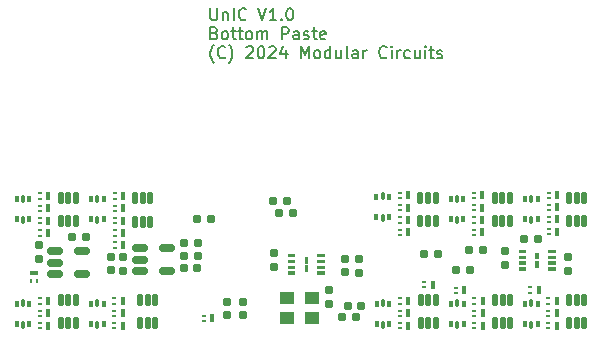
<source format=gbr>
%TF.GenerationSoftware,KiCad,Pcbnew,8.0.1-8.0.1-1~ubuntu22.04.1*%
%TF.CreationDate,2024-05-05T11:37:55-07:00*%
%TF.ProjectId,unic_gw1,756e6963-5f67-4773-912e-6b696361645f,1.0*%
%TF.SameCoordinates,Original*%
%TF.FileFunction,Paste,Bot*%
%TF.FilePolarity,Positive*%
%FSLAX46Y46*%
G04 Gerber Fmt 4.6, Leading zero omitted, Abs format (unit mm)*
G04 Created by KiCad (PCBNEW 8.0.1-8.0.1-1~ubuntu22.04.1) date 2024-05-05 11:37:55*
%MOMM*%
%LPD*%
G01*
G04 APERTURE LIST*
G04 Aperture macros list*
%AMRoundRect*
0 Rectangle with rounded corners*
0 $1 Rounding radius*
0 $2 $3 $4 $5 $6 $7 $8 $9 X,Y pos of 4 corners*
0 Add a 4 corners polygon primitive as box body*
4,1,4,$2,$3,$4,$5,$6,$7,$8,$9,$2,$3,0*
0 Add four circle primitives for the rounded corners*
1,1,$1+$1,$2,$3*
1,1,$1+$1,$4,$5*
1,1,$1+$1,$6,$7*
1,1,$1+$1,$8,$9*
0 Add four rect primitives between the rounded corners*
20,1,$1+$1,$2,$3,$4,$5,0*
20,1,$1+$1,$4,$5,$6,$7,0*
20,1,$1+$1,$6,$7,$8,$9,0*
20,1,$1+$1,$8,$9,$2,$3,0*%
G04 Aperture macros list end*
%ADD10C,0.150000*%
%ADD11C,0.010000*%
%ADD12RoundRect,0.160000X0.197500X0.160000X-0.197500X0.160000X-0.197500X-0.160000X0.197500X-0.160000X0*%
%ADD13RoundRect,0.050000X0.150000X0.075000X-0.150000X0.075000X-0.150000X-0.075000X0.150000X-0.075000X0*%
%ADD14RoundRect,0.050000X0.150000X0.300000X-0.150000X0.300000X-0.150000X-0.300000X0.150000X-0.300000X0*%
%ADD15RoundRect,0.155000X-0.155000X0.212500X-0.155000X-0.212500X0.155000X-0.212500X0.155000X0.212500X0*%
%ADD16RoundRect,0.093750X0.093750X-0.156250X0.093750X0.156250X-0.093750X0.156250X-0.093750X-0.156250X0*%
%ADD17RoundRect,0.075000X0.075000X-0.250000X0.075000X0.250000X-0.075000X0.250000X-0.075000X-0.250000X0*%
%ADD18RoundRect,0.019500X0.175500X-0.465500X0.175500X0.465500X-0.175500X0.465500X-0.175500X-0.465500X0*%
%ADD19RoundRect,0.019500X-0.175500X0.465500X-0.175500X-0.465500X0.175500X-0.465500X0.175500X0.465500X0*%
%ADD20RoundRect,0.155000X-0.212500X-0.155000X0.212500X-0.155000X0.212500X0.155000X-0.212500X0.155000X0*%
%ADD21RoundRect,0.160000X-0.160000X0.197500X-0.160000X-0.197500X0.160000X-0.197500X0.160000X0.197500X0*%
%ADD22RoundRect,0.160000X0.160000X-0.197500X0.160000X0.197500X-0.160000X0.197500X-0.160000X-0.197500X0*%
%ADD23RoundRect,0.160000X-0.197500X-0.160000X0.197500X-0.160000X0.197500X0.160000X-0.197500X0.160000X0*%
%ADD24RoundRect,0.155000X0.212500X0.155000X-0.212500X0.155000X-0.212500X-0.155000X0.212500X-0.155000X0*%
%ADD25R,1.300000X1.100000*%
%ADD26RoundRect,0.150000X0.512500X0.150000X-0.512500X0.150000X-0.512500X-0.150000X0.512500X-0.150000X0*%
%ADD27RoundRect,0.155000X0.155000X-0.212500X0.155000X0.212500X-0.155000X0.212500X-0.155000X-0.212500X0*%
%ADD28RoundRect,0.050000X-0.075000X0.150000X-0.075000X-0.150000X0.075000X-0.150000X0.075000X0.150000X0*%
%ADD29RoundRect,0.050000X-0.300000X0.150000X-0.300000X-0.150000X0.300000X-0.150000X0.300000X0.150000X0*%
G04 APERTURE END LIST*
D10*
X55609279Y-41319931D02*
X55609279Y-42129454D01*
X55609279Y-42129454D02*
X55656898Y-42224692D01*
X55656898Y-42224692D02*
X55704517Y-42272312D01*
X55704517Y-42272312D02*
X55799755Y-42319931D01*
X55799755Y-42319931D02*
X55990231Y-42319931D01*
X55990231Y-42319931D02*
X56085469Y-42272312D01*
X56085469Y-42272312D02*
X56133088Y-42224692D01*
X56133088Y-42224692D02*
X56180707Y-42129454D01*
X56180707Y-42129454D02*
X56180707Y-41319931D01*
X56656898Y-41653264D02*
X56656898Y-42319931D01*
X56656898Y-41748502D02*
X56704517Y-41700883D01*
X56704517Y-41700883D02*
X56799755Y-41653264D01*
X56799755Y-41653264D02*
X56942612Y-41653264D01*
X56942612Y-41653264D02*
X57037850Y-41700883D01*
X57037850Y-41700883D02*
X57085469Y-41796121D01*
X57085469Y-41796121D02*
X57085469Y-42319931D01*
X57561660Y-42319931D02*
X57561660Y-41319931D01*
X58609278Y-42224692D02*
X58561659Y-42272312D01*
X58561659Y-42272312D02*
X58418802Y-42319931D01*
X58418802Y-42319931D02*
X58323564Y-42319931D01*
X58323564Y-42319931D02*
X58180707Y-42272312D01*
X58180707Y-42272312D02*
X58085469Y-42177073D01*
X58085469Y-42177073D02*
X58037850Y-42081835D01*
X58037850Y-42081835D02*
X57990231Y-41891359D01*
X57990231Y-41891359D02*
X57990231Y-41748502D01*
X57990231Y-41748502D02*
X58037850Y-41558026D01*
X58037850Y-41558026D02*
X58085469Y-41462788D01*
X58085469Y-41462788D02*
X58180707Y-41367550D01*
X58180707Y-41367550D02*
X58323564Y-41319931D01*
X58323564Y-41319931D02*
X58418802Y-41319931D01*
X58418802Y-41319931D02*
X58561659Y-41367550D01*
X58561659Y-41367550D02*
X58609278Y-41415169D01*
X59656898Y-41319931D02*
X59990231Y-42319931D01*
X59990231Y-42319931D02*
X60323564Y-41319931D01*
X61180707Y-42319931D02*
X60609279Y-42319931D01*
X60894993Y-42319931D02*
X60894993Y-41319931D01*
X60894993Y-41319931D02*
X60799755Y-41462788D01*
X60799755Y-41462788D02*
X60704517Y-41558026D01*
X60704517Y-41558026D02*
X60609279Y-41605645D01*
X61609279Y-42224692D02*
X61656898Y-42272312D01*
X61656898Y-42272312D02*
X61609279Y-42319931D01*
X61609279Y-42319931D02*
X61561660Y-42272312D01*
X61561660Y-42272312D02*
X61609279Y-42224692D01*
X61609279Y-42224692D02*
X61609279Y-42319931D01*
X62275945Y-41319931D02*
X62371183Y-41319931D01*
X62371183Y-41319931D02*
X62466421Y-41367550D01*
X62466421Y-41367550D02*
X62514040Y-41415169D01*
X62514040Y-41415169D02*
X62561659Y-41510407D01*
X62561659Y-41510407D02*
X62609278Y-41700883D01*
X62609278Y-41700883D02*
X62609278Y-41938978D01*
X62609278Y-41938978D02*
X62561659Y-42129454D01*
X62561659Y-42129454D02*
X62514040Y-42224692D01*
X62514040Y-42224692D02*
X62466421Y-42272312D01*
X62466421Y-42272312D02*
X62371183Y-42319931D01*
X62371183Y-42319931D02*
X62275945Y-42319931D01*
X62275945Y-42319931D02*
X62180707Y-42272312D01*
X62180707Y-42272312D02*
X62133088Y-42224692D01*
X62133088Y-42224692D02*
X62085469Y-42129454D01*
X62085469Y-42129454D02*
X62037850Y-41938978D01*
X62037850Y-41938978D02*
X62037850Y-41700883D01*
X62037850Y-41700883D02*
X62085469Y-41510407D01*
X62085469Y-41510407D02*
X62133088Y-41415169D01*
X62133088Y-41415169D02*
X62180707Y-41367550D01*
X62180707Y-41367550D02*
X62275945Y-41319931D01*
X55942612Y-43406065D02*
X56085469Y-43453684D01*
X56085469Y-43453684D02*
X56133088Y-43501303D01*
X56133088Y-43501303D02*
X56180707Y-43596541D01*
X56180707Y-43596541D02*
X56180707Y-43739398D01*
X56180707Y-43739398D02*
X56133088Y-43834636D01*
X56133088Y-43834636D02*
X56085469Y-43882256D01*
X56085469Y-43882256D02*
X55990231Y-43929875D01*
X55990231Y-43929875D02*
X55609279Y-43929875D01*
X55609279Y-43929875D02*
X55609279Y-42929875D01*
X55609279Y-42929875D02*
X55942612Y-42929875D01*
X55942612Y-42929875D02*
X56037850Y-42977494D01*
X56037850Y-42977494D02*
X56085469Y-43025113D01*
X56085469Y-43025113D02*
X56133088Y-43120351D01*
X56133088Y-43120351D02*
X56133088Y-43215589D01*
X56133088Y-43215589D02*
X56085469Y-43310827D01*
X56085469Y-43310827D02*
X56037850Y-43358446D01*
X56037850Y-43358446D02*
X55942612Y-43406065D01*
X55942612Y-43406065D02*
X55609279Y-43406065D01*
X56752136Y-43929875D02*
X56656898Y-43882256D01*
X56656898Y-43882256D02*
X56609279Y-43834636D01*
X56609279Y-43834636D02*
X56561660Y-43739398D01*
X56561660Y-43739398D02*
X56561660Y-43453684D01*
X56561660Y-43453684D02*
X56609279Y-43358446D01*
X56609279Y-43358446D02*
X56656898Y-43310827D01*
X56656898Y-43310827D02*
X56752136Y-43263208D01*
X56752136Y-43263208D02*
X56894993Y-43263208D01*
X56894993Y-43263208D02*
X56990231Y-43310827D01*
X56990231Y-43310827D02*
X57037850Y-43358446D01*
X57037850Y-43358446D02*
X57085469Y-43453684D01*
X57085469Y-43453684D02*
X57085469Y-43739398D01*
X57085469Y-43739398D02*
X57037850Y-43834636D01*
X57037850Y-43834636D02*
X56990231Y-43882256D01*
X56990231Y-43882256D02*
X56894993Y-43929875D01*
X56894993Y-43929875D02*
X56752136Y-43929875D01*
X57371184Y-43263208D02*
X57752136Y-43263208D01*
X57514041Y-42929875D02*
X57514041Y-43787017D01*
X57514041Y-43787017D02*
X57561660Y-43882256D01*
X57561660Y-43882256D02*
X57656898Y-43929875D01*
X57656898Y-43929875D02*
X57752136Y-43929875D01*
X57942613Y-43263208D02*
X58323565Y-43263208D01*
X58085470Y-42929875D02*
X58085470Y-43787017D01*
X58085470Y-43787017D02*
X58133089Y-43882256D01*
X58133089Y-43882256D02*
X58228327Y-43929875D01*
X58228327Y-43929875D02*
X58323565Y-43929875D01*
X58799756Y-43929875D02*
X58704518Y-43882256D01*
X58704518Y-43882256D02*
X58656899Y-43834636D01*
X58656899Y-43834636D02*
X58609280Y-43739398D01*
X58609280Y-43739398D02*
X58609280Y-43453684D01*
X58609280Y-43453684D02*
X58656899Y-43358446D01*
X58656899Y-43358446D02*
X58704518Y-43310827D01*
X58704518Y-43310827D02*
X58799756Y-43263208D01*
X58799756Y-43263208D02*
X58942613Y-43263208D01*
X58942613Y-43263208D02*
X59037851Y-43310827D01*
X59037851Y-43310827D02*
X59085470Y-43358446D01*
X59085470Y-43358446D02*
X59133089Y-43453684D01*
X59133089Y-43453684D02*
X59133089Y-43739398D01*
X59133089Y-43739398D02*
X59085470Y-43834636D01*
X59085470Y-43834636D02*
X59037851Y-43882256D01*
X59037851Y-43882256D02*
X58942613Y-43929875D01*
X58942613Y-43929875D02*
X58799756Y-43929875D01*
X59561661Y-43929875D02*
X59561661Y-43263208D01*
X59561661Y-43358446D02*
X59609280Y-43310827D01*
X59609280Y-43310827D02*
X59704518Y-43263208D01*
X59704518Y-43263208D02*
X59847375Y-43263208D01*
X59847375Y-43263208D02*
X59942613Y-43310827D01*
X59942613Y-43310827D02*
X59990232Y-43406065D01*
X59990232Y-43406065D02*
X59990232Y-43929875D01*
X59990232Y-43406065D02*
X60037851Y-43310827D01*
X60037851Y-43310827D02*
X60133089Y-43263208D01*
X60133089Y-43263208D02*
X60275946Y-43263208D01*
X60275946Y-43263208D02*
X60371185Y-43310827D01*
X60371185Y-43310827D02*
X60418804Y-43406065D01*
X60418804Y-43406065D02*
X60418804Y-43929875D01*
X61656899Y-43929875D02*
X61656899Y-42929875D01*
X61656899Y-42929875D02*
X62037851Y-42929875D01*
X62037851Y-42929875D02*
X62133089Y-42977494D01*
X62133089Y-42977494D02*
X62180708Y-43025113D01*
X62180708Y-43025113D02*
X62228327Y-43120351D01*
X62228327Y-43120351D02*
X62228327Y-43263208D01*
X62228327Y-43263208D02*
X62180708Y-43358446D01*
X62180708Y-43358446D02*
X62133089Y-43406065D01*
X62133089Y-43406065D02*
X62037851Y-43453684D01*
X62037851Y-43453684D02*
X61656899Y-43453684D01*
X63085470Y-43929875D02*
X63085470Y-43406065D01*
X63085470Y-43406065D02*
X63037851Y-43310827D01*
X63037851Y-43310827D02*
X62942613Y-43263208D01*
X62942613Y-43263208D02*
X62752137Y-43263208D01*
X62752137Y-43263208D02*
X62656899Y-43310827D01*
X63085470Y-43882256D02*
X62990232Y-43929875D01*
X62990232Y-43929875D02*
X62752137Y-43929875D01*
X62752137Y-43929875D02*
X62656899Y-43882256D01*
X62656899Y-43882256D02*
X62609280Y-43787017D01*
X62609280Y-43787017D02*
X62609280Y-43691779D01*
X62609280Y-43691779D02*
X62656899Y-43596541D01*
X62656899Y-43596541D02*
X62752137Y-43548922D01*
X62752137Y-43548922D02*
X62990232Y-43548922D01*
X62990232Y-43548922D02*
X63085470Y-43501303D01*
X63514042Y-43882256D02*
X63609280Y-43929875D01*
X63609280Y-43929875D02*
X63799756Y-43929875D01*
X63799756Y-43929875D02*
X63894994Y-43882256D01*
X63894994Y-43882256D02*
X63942613Y-43787017D01*
X63942613Y-43787017D02*
X63942613Y-43739398D01*
X63942613Y-43739398D02*
X63894994Y-43644160D01*
X63894994Y-43644160D02*
X63799756Y-43596541D01*
X63799756Y-43596541D02*
X63656899Y-43596541D01*
X63656899Y-43596541D02*
X63561661Y-43548922D01*
X63561661Y-43548922D02*
X63514042Y-43453684D01*
X63514042Y-43453684D02*
X63514042Y-43406065D01*
X63514042Y-43406065D02*
X63561661Y-43310827D01*
X63561661Y-43310827D02*
X63656899Y-43263208D01*
X63656899Y-43263208D02*
X63799756Y-43263208D01*
X63799756Y-43263208D02*
X63894994Y-43310827D01*
X64228328Y-43263208D02*
X64609280Y-43263208D01*
X64371185Y-42929875D02*
X64371185Y-43787017D01*
X64371185Y-43787017D02*
X64418804Y-43882256D01*
X64418804Y-43882256D02*
X64514042Y-43929875D01*
X64514042Y-43929875D02*
X64609280Y-43929875D01*
X65323566Y-43882256D02*
X65228328Y-43929875D01*
X65228328Y-43929875D02*
X65037852Y-43929875D01*
X65037852Y-43929875D02*
X64942614Y-43882256D01*
X64942614Y-43882256D02*
X64894995Y-43787017D01*
X64894995Y-43787017D02*
X64894995Y-43406065D01*
X64894995Y-43406065D02*
X64942614Y-43310827D01*
X64942614Y-43310827D02*
X65037852Y-43263208D01*
X65037852Y-43263208D02*
X65228328Y-43263208D01*
X65228328Y-43263208D02*
X65323566Y-43310827D01*
X65323566Y-43310827D02*
X65371185Y-43406065D01*
X65371185Y-43406065D02*
X65371185Y-43501303D01*
X65371185Y-43501303D02*
X64894995Y-43596541D01*
X55894993Y-45920771D02*
X55847374Y-45873152D01*
X55847374Y-45873152D02*
X55752136Y-45730295D01*
X55752136Y-45730295D02*
X55704517Y-45635057D01*
X55704517Y-45635057D02*
X55656898Y-45492200D01*
X55656898Y-45492200D02*
X55609279Y-45254104D01*
X55609279Y-45254104D02*
X55609279Y-45063628D01*
X55609279Y-45063628D02*
X55656898Y-44825533D01*
X55656898Y-44825533D02*
X55704517Y-44682676D01*
X55704517Y-44682676D02*
X55752136Y-44587438D01*
X55752136Y-44587438D02*
X55847374Y-44444580D01*
X55847374Y-44444580D02*
X55894993Y-44396961D01*
X56847374Y-45444580D02*
X56799755Y-45492200D01*
X56799755Y-45492200D02*
X56656898Y-45539819D01*
X56656898Y-45539819D02*
X56561660Y-45539819D01*
X56561660Y-45539819D02*
X56418803Y-45492200D01*
X56418803Y-45492200D02*
X56323565Y-45396961D01*
X56323565Y-45396961D02*
X56275946Y-45301723D01*
X56275946Y-45301723D02*
X56228327Y-45111247D01*
X56228327Y-45111247D02*
X56228327Y-44968390D01*
X56228327Y-44968390D02*
X56275946Y-44777914D01*
X56275946Y-44777914D02*
X56323565Y-44682676D01*
X56323565Y-44682676D02*
X56418803Y-44587438D01*
X56418803Y-44587438D02*
X56561660Y-44539819D01*
X56561660Y-44539819D02*
X56656898Y-44539819D01*
X56656898Y-44539819D02*
X56799755Y-44587438D01*
X56799755Y-44587438D02*
X56847374Y-44635057D01*
X57180708Y-45920771D02*
X57228327Y-45873152D01*
X57228327Y-45873152D02*
X57323565Y-45730295D01*
X57323565Y-45730295D02*
X57371184Y-45635057D01*
X57371184Y-45635057D02*
X57418803Y-45492200D01*
X57418803Y-45492200D02*
X57466422Y-45254104D01*
X57466422Y-45254104D02*
X57466422Y-45063628D01*
X57466422Y-45063628D02*
X57418803Y-44825533D01*
X57418803Y-44825533D02*
X57371184Y-44682676D01*
X57371184Y-44682676D02*
X57323565Y-44587438D01*
X57323565Y-44587438D02*
X57228327Y-44444580D01*
X57228327Y-44444580D02*
X57180708Y-44396961D01*
X58656899Y-44635057D02*
X58704518Y-44587438D01*
X58704518Y-44587438D02*
X58799756Y-44539819D01*
X58799756Y-44539819D02*
X59037851Y-44539819D01*
X59037851Y-44539819D02*
X59133089Y-44587438D01*
X59133089Y-44587438D02*
X59180708Y-44635057D01*
X59180708Y-44635057D02*
X59228327Y-44730295D01*
X59228327Y-44730295D02*
X59228327Y-44825533D01*
X59228327Y-44825533D02*
X59180708Y-44968390D01*
X59180708Y-44968390D02*
X58609280Y-45539819D01*
X58609280Y-45539819D02*
X59228327Y-45539819D01*
X59847375Y-44539819D02*
X59942613Y-44539819D01*
X59942613Y-44539819D02*
X60037851Y-44587438D01*
X60037851Y-44587438D02*
X60085470Y-44635057D01*
X60085470Y-44635057D02*
X60133089Y-44730295D01*
X60133089Y-44730295D02*
X60180708Y-44920771D01*
X60180708Y-44920771D02*
X60180708Y-45158866D01*
X60180708Y-45158866D02*
X60133089Y-45349342D01*
X60133089Y-45349342D02*
X60085470Y-45444580D01*
X60085470Y-45444580D02*
X60037851Y-45492200D01*
X60037851Y-45492200D02*
X59942613Y-45539819D01*
X59942613Y-45539819D02*
X59847375Y-45539819D01*
X59847375Y-45539819D02*
X59752137Y-45492200D01*
X59752137Y-45492200D02*
X59704518Y-45444580D01*
X59704518Y-45444580D02*
X59656899Y-45349342D01*
X59656899Y-45349342D02*
X59609280Y-45158866D01*
X59609280Y-45158866D02*
X59609280Y-44920771D01*
X59609280Y-44920771D02*
X59656899Y-44730295D01*
X59656899Y-44730295D02*
X59704518Y-44635057D01*
X59704518Y-44635057D02*
X59752137Y-44587438D01*
X59752137Y-44587438D02*
X59847375Y-44539819D01*
X60561661Y-44635057D02*
X60609280Y-44587438D01*
X60609280Y-44587438D02*
X60704518Y-44539819D01*
X60704518Y-44539819D02*
X60942613Y-44539819D01*
X60942613Y-44539819D02*
X61037851Y-44587438D01*
X61037851Y-44587438D02*
X61085470Y-44635057D01*
X61085470Y-44635057D02*
X61133089Y-44730295D01*
X61133089Y-44730295D02*
X61133089Y-44825533D01*
X61133089Y-44825533D02*
X61085470Y-44968390D01*
X61085470Y-44968390D02*
X60514042Y-45539819D01*
X60514042Y-45539819D02*
X61133089Y-45539819D01*
X61990232Y-44873152D02*
X61990232Y-45539819D01*
X61752137Y-44492200D02*
X61514042Y-45206485D01*
X61514042Y-45206485D02*
X62133089Y-45206485D01*
X63275947Y-45539819D02*
X63275947Y-44539819D01*
X63275947Y-44539819D02*
X63609280Y-45254104D01*
X63609280Y-45254104D02*
X63942613Y-44539819D01*
X63942613Y-44539819D02*
X63942613Y-45539819D01*
X64561661Y-45539819D02*
X64466423Y-45492200D01*
X64466423Y-45492200D02*
X64418804Y-45444580D01*
X64418804Y-45444580D02*
X64371185Y-45349342D01*
X64371185Y-45349342D02*
X64371185Y-45063628D01*
X64371185Y-45063628D02*
X64418804Y-44968390D01*
X64418804Y-44968390D02*
X64466423Y-44920771D01*
X64466423Y-44920771D02*
X64561661Y-44873152D01*
X64561661Y-44873152D02*
X64704518Y-44873152D01*
X64704518Y-44873152D02*
X64799756Y-44920771D01*
X64799756Y-44920771D02*
X64847375Y-44968390D01*
X64847375Y-44968390D02*
X64894994Y-45063628D01*
X64894994Y-45063628D02*
X64894994Y-45349342D01*
X64894994Y-45349342D02*
X64847375Y-45444580D01*
X64847375Y-45444580D02*
X64799756Y-45492200D01*
X64799756Y-45492200D02*
X64704518Y-45539819D01*
X64704518Y-45539819D02*
X64561661Y-45539819D01*
X65752137Y-45539819D02*
X65752137Y-44539819D01*
X65752137Y-45492200D02*
X65656899Y-45539819D01*
X65656899Y-45539819D02*
X65466423Y-45539819D01*
X65466423Y-45539819D02*
X65371185Y-45492200D01*
X65371185Y-45492200D02*
X65323566Y-45444580D01*
X65323566Y-45444580D02*
X65275947Y-45349342D01*
X65275947Y-45349342D02*
X65275947Y-45063628D01*
X65275947Y-45063628D02*
X65323566Y-44968390D01*
X65323566Y-44968390D02*
X65371185Y-44920771D01*
X65371185Y-44920771D02*
X65466423Y-44873152D01*
X65466423Y-44873152D02*
X65656899Y-44873152D01*
X65656899Y-44873152D02*
X65752137Y-44920771D01*
X66656899Y-44873152D02*
X66656899Y-45539819D01*
X66228328Y-44873152D02*
X66228328Y-45396961D01*
X66228328Y-45396961D02*
X66275947Y-45492200D01*
X66275947Y-45492200D02*
X66371185Y-45539819D01*
X66371185Y-45539819D02*
X66514042Y-45539819D01*
X66514042Y-45539819D02*
X66609280Y-45492200D01*
X66609280Y-45492200D02*
X66656899Y-45444580D01*
X67275947Y-45539819D02*
X67180709Y-45492200D01*
X67180709Y-45492200D02*
X67133090Y-45396961D01*
X67133090Y-45396961D02*
X67133090Y-44539819D01*
X68085471Y-45539819D02*
X68085471Y-45016009D01*
X68085471Y-45016009D02*
X68037852Y-44920771D01*
X68037852Y-44920771D02*
X67942614Y-44873152D01*
X67942614Y-44873152D02*
X67752138Y-44873152D01*
X67752138Y-44873152D02*
X67656900Y-44920771D01*
X68085471Y-45492200D02*
X67990233Y-45539819D01*
X67990233Y-45539819D02*
X67752138Y-45539819D01*
X67752138Y-45539819D02*
X67656900Y-45492200D01*
X67656900Y-45492200D02*
X67609281Y-45396961D01*
X67609281Y-45396961D02*
X67609281Y-45301723D01*
X67609281Y-45301723D02*
X67656900Y-45206485D01*
X67656900Y-45206485D02*
X67752138Y-45158866D01*
X67752138Y-45158866D02*
X67990233Y-45158866D01*
X67990233Y-45158866D02*
X68085471Y-45111247D01*
X68561662Y-45539819D02*
X68561662Y-44873152D01*
X68561662Y-45063628D02*
X68609281Y-44968390D01*
X68609281Y-44968390D02*
X68656900Y-44920771D01*
X68656900Y-44920771D02*
X68752138Y-44873152D01*
X68752138Y-44873152D02*
X68847376Y-44873152D01*
X70514043Y-45444580D02*
X70466424Y-45492200D01*
X70466424Y-45492200D02*
X70323567Y-45539819D01*
X70323567Y-45539819D02*
X70228329Y-45539819D01*
X70228329Y-45539819D02*
X70085472Y-45492200D01*
X70085472Y-45492200D02*
X69990234Y-45396961D01*
X69990234Y-45396961D02*
X69942615Y-45301723D01*
X69942615Y-45301723D02*
X69894996Y-45111247D01*
X69894996Y-45111247D02*
X69894996Y-44968390D01*
X69894996Y-44968390D02*
X69942615Y-44777914D01*
X69942615Y-44777914D02*
X69990234Y-44682676D01*
X69990234Y-44682676D02*
X70085472Y-44587438D01*
X70085472Y-44587438D02*
X70228329Y-44539819D01*
X70228329Y-44539819D02*
X70323567Y-44539819D01*
X70323567Y-44539819D02*
X70466424Y-44587438D01*
X70466424Y-44587438D02*
X70514043Y-44635057D01*
X70942615Y-45539819D02*
X70942615Y-44873152D01*
X70942615Y-44539819D02*
X70894996Y-44587438D01*
X70894996Y-44587438D02*
X70942615Y-44635057D01*
X70942615Y-44635057D02*
X70990234Y-44587438D01*
X70990234Y-44587438D02*
X70942615Y-44539819D01*
X70942615Y-44539819D02*
X70942615Y-44635057D01*
X71418805Y-45539819D02*
X71418805Y-44873152D01*
X71418805Y-45063628D02*
X71466424Y-44968390D01*
X71466424Y-44968390D02*
X71514043Y-44920771D01*
X71514043Y-44920771D02*
X71609281Y-44873152D01*
X71609281Y-44873152D02*
X71704519Y-44873152D01*
X72466424Y-45492200D02*
X72371186Y-45539819D01*
X72371186Y-45539819D02*
X72180710Y-45539819D01*
X72180710Y-45539819D02*
X72085472Y-45492200D01*
X72085472Y-45492200D02*
X72037853Y-45444580D01*
X72037853Y-45444580D02*
X71990234Y-45349342D01*
X71990234Y-45349342D02*
X71990234Y-45063628D01*
X71990234Y-45063628D02*
X72037853Y-44968390D01*
X72037853Y-44968390D02*
X72085472Y-44920771D01*
X72085472Y-44920771D02*
X72180710Y-44873152D01*
X72180710Y-44873152D02*
X72371186Y-44873152D01*
X72371186Y-44873152D02*
X72466424Y-44920771D01*
X73323567Y-44873152D02*
X73323567Y-45539819D01*
X72894996Y-44873152D02*
X72894996Y-45396961D01*
X72894996Y-45396961D02*
X72942615Y-45492200D01*
X72942615Y-45492200D02*
X73037853Y-45539819D01*
X73037853Y-45539819D02*
X73180710Y-45539819D01*
X73180710Y-45539819D02*
X73275948Y-45492200D01*
X73275948Y-45492200D02*
X73323567Y-45444580D01*
X73799758Y-45539819D02*
X73799758Y-44873152D01*
X73799758Y-44539819D02*
X73752139Y-44587438D01*
X73752139Y-44587438D02*
X73799758Y-44635057D01*
X73799758Y-44635057D02*
X73847377Y-44587438D01*
X73847377Y-44587438D02*
X73799758Y-44539819D01*
X73799758Y-44539819D02*
X73799758Y-44635057D01*
X74133091Y-44873152D02*
X74514043Y-44873152D01*
X74275948Y-44539819D02*
X74275948Y-45396961D01*
X74275948Y-45396961D02*
X74323567Y-45492200D01*
X74323567Y-45492200D02*
X74418805Y-45539819D01*
X74418805Y-45539819D02*
X74514043Y-45539819D01*
X74799758Y-45492200D02*
X74894996Y-45539819D01*
X74894996Y-45539819D02*
X75085472Y-45539819D01*
X75085472Y-45539819D02*
X75180710Y-45492200D01*
X75180710Y-45492200D02*
X75228329Y-45396961D01*
X75228329Y-45396961D02*
X75228329Y-45349342D01*
X75228329Y-45349342D02*
X75180710Y-45254104D01*
X75180710Y-45254104D02*
X75085472Y-45206485D01*
X75085472Y-45206485D02*
X74942615Y-45206485D01*
X74942615Y-45206485D02*
X74847377Y-45158866D01*
X74847377Y-45158866D02*
X74799758Y-45063628D01*
X74799758Y-45063628D02*
X74799758Y-45016009D01*
X74799758Y-45016009D02*
X74847377Y-44920771D01*
X74847377Y-44920771D02*
X74942615Y-44873152D01*
X74942615Y-44873152D02*
X75085472Y-44873152D01*
X75085472Y-44873152D02*
X75180710Y-44920771D01*
D11*
%TO.C,U7*%
X82252500Y-61950000D02*
X81702500Y-61950000D01*
X81702500Y-61750000D01*
X82252500Y-61750000D01*
X82252500Y-61950000D01*
G36*
X82252500Y-61950000D02*
G01*
X81702500Y-61950000D01*
X81702500Y-61750000D01*
X82252500Y-61750000D01*
X82252500Y-61950000D01*
G37*
X82252500Y-62450000D02*
X81702500Y-62450000D01*
X81702500Y-62250000D01*
X82252500Y-62250000D01*
X82252500Y-62450000D01*
G36*
X82252500Y-62450000D02*
G01*
X81702500Y-62450000D01*
X81702500Y-62250000D01*
X82252500Y-62250000D01*
X82252500Y-62450000D01*
G37*
X82252500Y-62950000D02*
X81702500Y-62950000D01*
X81702500Y-62750000D01*
X82252500Y-62750000D01*
X82252500Y-62950000D01*
G36*
X82252500Y-62950000D02*
G01*
X81702500Y-62950000D01*
X81702500Y-62750000D01*
X82252500Y-62750000D01*
X82252500Y-62950000D01*
G37*
X82252500Y-63450000D02*
X81702500Y-63450000D01*
X81702500Y-63250000D01*
X82252500Y-63250000D01*
X82252500Y-63450000D01*
G36*
X82252500Y-63450000D02*
G01*
X81702500Y-63450000D01*
X81702500Y-63250000D01*
X82252500Y-63250000D01*
X82252500Y-63450000D01*
G37*
X83327500Y-62500000D02*
X83127500Y-62500000D01*
X83127500Y-62000000D01*
X83327500Y-62000000D01*
X83327500Y-62500000D01*
G36*
X83327500Y-62500000D02*
G01*
X83127500Y-62500000D01*
X83127500Y-62000000D01*
X83327500Y-62000000D01*
X83327500Y-62500000D01*
G37*
X83327500Y-63200000D02*
X83127500Y-63200000D01*
X83127500Y-62700000D01*
X83327500Y-62700000D01*
X83327500Y-63200000D01*
G36*
X83327500Y-63200000D02*
G01*
X83127500Y-63200000D01*
X83127500Y-62700000D01*
X83327500Y-62700000D01*
X83327500Y-63200000D01*
G37*
X84752500Y-61950000D02*
X84202500Y-61950000D01*
X84202500Y-61750000D01*
X84752500Y-61750000D01*
X84752500Y-61950000D01*
G36*
X84752500Y-61950000D02*
G01*
X84202500Y-61950000D01*
X84202500Y-61750000D01*
X84752500Y-61750000D01*
X84752500Y-61950000D01*
G37*
X84752500Y-62450000D02*
X84202500Y-62450000D01*
X84202500Y-62250000D01*
X84752500Y-62250000D01*
X84752500Y-62450000D01*
G36*
X84752500Y-62450000D02*
G01*
X84202500Y-62450000D01*
X84202500Y-62250000D01*
X84752500Y-62250000D01*
X84752500Y-62450000D01*
G37*
X84752500Y-62950000D02*
X84202500Y-62950000D01*
X84202500Y-62750000D01*
X84752500Y-62750000D01*
X84752500Y-62950000D01*
G36*
X84752500Y-62950000D02*
G01*
X84202500Y-62950000D01*
X84202500Y-62750000D01*
X84752500Y-62750000D01*
X84752500Y-62950000D01*
G37*
X84752500Y-63450000D02*
X84202500Y-63450000D01*
X84202500Y-63250000D01*
X84752500Y-63250000D01*
X84752500Y-63450000D01*
G36*
X84752500Y-63450000D02*
G01*
X84202500Y-63450000D01*
X84202500Y-63250000D01*
X84752500Y-63250000D01*
X84752500Y-63450000D01*
G37*
%TO.C,U4*%
X62702500Y-62300000D02*
X62152500Y-62300000D01*
X62152500Y-62100000D01*
X62702500Y-62100000D01*
X62702500Y-62300000D01*
G36*
X62702500Y-62300000D02*
G01*
X62152500Y-62300000D01*
X62152500Y-62100000D01*
X62702500Y-62100000D01*
X62702500Y-62300000D01*
G37*
X62702500Y-62800000D02*
X62152500Y-62800000D01*
X62152500Y-62600000D01*
X62702500Y-62600000D01*
X62702500Y-62800000D01*
G36*
X62702500Y-62800000D02*
G01*
X62152500Y-62800000D01*
X62152500Y-62600000D01*
X62702500Y-62600000D01*
X62702500Y-62800000D01*
G37*
X62702500Y-63300000D02*
X62152500Y-63300000D01*
X62152500Y-63100000D01*
X62702500Y-63100000D01*
X62702500Y-63300000D01*
G36*
X62702500Y-63300000D02*
G01*
X62152500Y-63300000D01*
X62152500Y-63100000D01*
X62702500Y-63100000D01*
X62702500Y-63300000D01*
G37*
X62702500Y-63800000D02*
X62152500Y-63800000D01*
X62152500Y-63600000D01*
X62702500Y-63600000D01*
X62702500Y-63800000D01*
G36*
X62702500Y-63800000D02*
G01*
X62152500Y-63800000D01*
X62152500Y-63600000D01*
X62702500Y-63600000D01*
X62702500Y-63800000D01*
G37*
X63777500Y-62850000D02*
X63577500Y-62850000D01*
X63577500Y-62350000D01*
X63777500Y-62350000D01*
X63777500Y-62850000D01*
G36*
X63777500Y-62850000D02*
G01*
X63577500Y-62850000D01*
X63577500Y-62350000D01*
X63777500Y-62350000D01*
X63777500Y-62850000D01*
G37*
X63777500Y-63550000D02*
X63577500Y-63550000D01*
X63577500Y-63050000D01*
X63777500Y-63050000D01*
X63777500Y-63550000D01*
G36*
X63777500Y-63550000D02*
G01*
X63577500Y-63550000D01*
X63577500Y-63050000D01*
X63777500Y-63050000D01*
X63777500Y-63550000D01*
G37*
X65202500Y-62300000D02*
X64652500Y-62300000D01*
X64652500Y-62100000D01*
X65202500Y-62100000D01*
X65202500Y-62300000D01*
G36*
X65202500Y-62300000D02*
G01*
X64652500Y-62300000D01*
X64652500Y-62100000D01*
X65202500Y-62100000D01*
X65202500Y-62300000D01*
G37*
X65202500Y-62800000D02*
X64652500Y-62800000D01*
X64652500Y-62600000D01*
X65202500Y-62600000D01*
X65202500Y-62800000D01*
G36*
X65202500Y-62800000D02*
G01*
X64652500Y-62800000D01*
X64652500Y-62600000D01*
X65202500Y-62600000D01*
X65202500Y-62800000D01*
G37*
X65202500Y-63300000D02*
X64652500Y-63300000D01*
X64652500Y-63100000D01*
X65202500Y-63100000D01*
X65202500Y-63300000D01*
G36*
X65202500Y-63300000D02*
G01*
X64652500Y-63300000D01*
X64652500Y-63100000D01*
X65202500Y-63100000D01*
X65202500Y-63300000D01*
G37*
X65202500Y-63800000D02*
X64652500Y-63800000D01*
X64652500Y-63600000D01*
X65202500Y-63600000D01*
X65202500Y-63800000D01*
G36*
X65202500Y-63800000D02*
G01*
X64652500Y-63800000D01*
X64652500Y-63600000D01*
X65202500Y-63600000D01*
X65202500Y-63800000D01*
G37*
%TD*%
D12*
%TO.C,R6*%
X54480000Y-59150000D03*
X55675000Y-59150000D03*
%TD*%
D13*
%TO.C,Q13*%
X71657500Y-67375000D03*
X71657500Y-66925000D03*
D14*
X72357500Y-67150000D03*
%TD*%
D15*
%TO.C,C1*%
X47177500Y-63517500D03*
X47177500Y-62382500D03*
%TD*%
D16*
%TO.C,D28*%
X69640000Y-57300000D03*
D17*
X70177500Y-57225000D03*
D16*
X70715000Y-57300000D03*
X70715000Y-59000000D03*
D17*
X70177500Y-59075000D03*
D16*
X69640000Y-59000000D03*
%TD*%
D13*
%TO.C,Q32*%
X71650000Y-60525000D03*
X71650000Y-60075000D03*
D14*
X72350000Y-60300000D03*
%TD*%
D18*
%TO.C,D3*%
X73407500Y-66020000D03*
X74057500Y-66020000D03*
X74707500Y-66020000D03*
D19*
X74707500Y-67980000D03*
X74057500Y-67980000D03*
X73407500Y-67980000D03*
%TD*%
D13*
%TO.C,Q23*%
X77927500Y-57375000D03*
X77927500Y-56925000D03*
D14*
X78627500Y-57150000D03*
%TD*%
D13*
%TO.C,Q38*%
X41177500Y-58475000D03*
X41177500Y-58025000D03*
D14*
X41877500Y-58250000D03*
%TD*%
D20*
%TO.C,C19*%
X62055000Y-57610000D03*
X60920000Y-57610000D03*
%TD*%
D21*
%TO.C,R17*%
X48177500Y-63551500D03*
X48177500Y-62356500D03*
%TD*%
D13*
%TO.C,Q8*%
X47477500Y-68415000D03*
X47477500Y-67965000D03*
D14*
X48177500Y-68190000D03*
%TD*%
D13*
%TO.C,Q26*%
X84250000Y-60450000D03*
X84250000Y-60000000D03*
D14*
X84950000Y-60225000D03*
%TD*%
D22*
%TO.C,R13*%
X68157500Y-62512500D03*
X68157500Y-63707500D03*
%TD*%
D13*
%TO.C,Q7*%
X47477500Y-67375000D03*
X47477500Y-66925000D03*
D14*
X48177500Y-67150000D03*
%TD*%
D20*
%TO.C,C2*%
X45045000Y-60650000D03*
X43910000Y-60650000D03*
%TD*%
D18*
%TO.C,D5*%
X85977500Y-66020000D03*
X86627500Y-66020000D03*
X87277500Y-66020000D03*
D19*
X87277500Y-67980000D03*
X86627500Y-67980000D03*
X85977500Y-67980000D03*
%TD*%
D23*
%TO.C,R15*%
X54546000Y-61230000D03*
X53351000Y-61230000D03*
%TD*%
D13*
%TO.C,Q12*%
X84250000Y-58400000D03*
X84250000Y-57950000D03*
D14*
X84950000Y-58175000D03*
%TD*%
D12*
%TO.C,R8*%
X82180000Y-60850000D03*
X83375000Y-60850000D03*
%TD*%
D24*
%TO.C,C9*%
X66770000Y-67480000D03*
X67905000Y-67480000D03*
%TD*%
D25*
%TO.C,X1*%
X64197500Y-67505000D03*
X62097500Y-67505000D03*
X62097500Y-65855000D03*
X64197500Y-65855000D03*
%TD*%
D13*
%TO.C,Q20*%
X84227500Y-66325000D03*
X84227500Y-65875000D03*
D14*
X84927500Y-66100000D03*
%TD*%
D26*
%TO.C,U3*%
X49621000Y-63540000D03*
X49621000Y-62590000D03*
X49621000Y-61640000D03*
X51896000Y-61640000D03*
X51896000Y-63540000D03*
%TD*%
D16*
%TO.C,D27*%
X75940000Y-57500000D03*
D17*
X76477500Y-57425000D03*
D16*
X77015000Y-57500000D03*
X77015000Y-59200000D03*
D17*
X76477500Y-59275000D03*
D16*
X75940000Y-59200000D03*
%TD*%
D13*
%TO.C,Q22*%
X84227500Y-68425000D03*
X84227500Y-67975000D03*
D14*
X84927500Y-68200000D03*
%TD*%
D27*
%TO.C,C14*%
X80577500Y-61882500D03*
X80577500Y-63017500D03*
%TD*%
%TO.C,C21*%
X66997500Y-62520000D03*
X66997500Y-63655000D03*
%TD*%
D13*
%TO.C,Q27*%
X77927500Y-59475000D03*
X77927500Y-59025000D03*
D14*
X78627500Y-59250000D03*
%TD*%
D16*
%TO.C,D22*%
X45490000Y-66350000D03*
D17*
X46027500Y-66275000D03*
D16*
X46565000Y-66350000D03*
X46565000Y-68050000D03*
D17*
X46027500Y-68125000D03*
D16*
X45490000Y-68050000D03*
%TD*%
D18*
%TO.C,D8*%
X49227500Y-57420000D03*
X49877500Y-57420000D03*
X50527500Y-57420000D03*
D19*
X50527500Y-59380000D03*
X49877500Y-59380000D03*
X49227500Y-59380000D03*
%TD*%
D16*
%TO.C,D29*%
X45480000Y-57500000D03*
D17*
X46017500Y-57425000D03*
D16*
X46555000Y-57500000D03*
X46555000Y-59200000D03*
D17*
X46017500Y-59275000D03*
D16*
X45480000Y-59200000D03*
%TD*%
D18*
%TO.C,D11*%
X85977500Y-57370000D03*
X86627500Y-57370000D03*
X87277500Y-57370000D03*
D19*
X87277500Y-59330000D03*
X86627500Y-59330000D03*
X85977500Y-59330000D03*
%TD*%
D18*
%TO.C,D1*%
X42927500Y-66020000D03*
X43577500Y-66020000D03*
X44227500Y-66020000D03*
D19*
X44227500Y-67980000D03*
X43577500Y-67980000D03*
X42927500Y-67980000D03*
%TD*%
D13*
%TO.C,Q9*%
X73727500Y-64955000D03*
X73727500Y-64505000D03*
D14*
X74427500Y-64730000D03*
%TD*%
D13*
%TO.C,Q15*%
X76417500Y-65425000D03*
X76417500Y-64975000D03*
D14*
X77117500Y-65200000D03*
%TD*%
D15*
%TO.C,C10*%
X41077500Y-62517500D03*
X41077500Y-61382500D03*
%TD*%
D13*
%TO.C,Q29*%
X71650000Y-57375000D03*
X71650000Y-56925000D03*
D14*
X72350000Y-57150000D03*
%TD*%
D13*
%TO.C,Q11*%
X84250000Y-57375000D03*
X84250000Y-56925000D03*
D14*
X84950000Y-57150000D03*
%TD*%
D23*
%TO.C,R14*%
X54536000Y-62310000D03*
X53341000Y-62310000D03*
%TD*%
D16*
%TO.C,D21*%
X39190000Y-66350000D03*
D17*
X39727500Y-66275000D03*
D16*
X40265000Y-66350000D03*
X40265000Y-68050000D03*
D17*
X39727500Y-68125000D03*
D16*
X39190000Y-68050000D03*
%TD*%
D23*
%TO.C,R11*%
X77575000Y-63450000D03*
X76380000Y-63450000D03*
%TD*%
D18*
%TO.C,D9*%
X42927500Y-57400000D03*
X43577500Y-57400000D03*
X44227500Y-57400000D03*
D19*
X44227500Y-59360000D03*
X43577500Y-59360000D03*
X42927500Y-59360000D03*
%TD*%
D16*
%TO.C,D30*%
X39190000Y-57500000D03*
D17*
X39727500Y-57425000D03*
D16*
X40265000Y-57500000D03*
X40265000Y-59200000D03*
D17*
X39727500Y-59275000D03*
D16*
X39190000Y-59200000D03*
%TD*%
D24*
%TO.C,C3*%
X53361000Y-63310000D03*
X54496000Y-63310000D03*
%TD*%
D13*
%TO.C,Q18*%
X77957500Y-68425000D03*
X77957500Y-67975000D03*
D14*
X78657500Y-68200000D03*
%TD*%
D16*
%TO.C,D25*%
X82250000Y-66350000D03*
D17*
X82787500Y-66275000D03*
D16*
X83325000Y-66350000D03*
X83325000Y-68050000D03*
D17*
X82787500Y-68125000D03*
D16*
X82250000Y-68050000D03*
%TD*%
D12*
%TO.C,R7*%
X61380000Y-58650000D03*
X62575000Y-58650000D03*
%TD*%
D13*
%TO.C,Q31*%
X71650000Y-59475000D03*
X71650000Y-59025000D03*
D14*
X72350000Y-59250000D03*
%TD*%
D15*
%TO.C,C17*%
X56967500Y-67307500D03*
X56967500Y-66172500D03*
%TD*%
D16*
%TO.C,D23*%
X69670000Y-66350000D03*
D17*
X70207500Y-66275000D03*
D16*
X70745000Y-66350000D03*
X70745000Y-68050000D03*
D17*
X70207500Y-68125000D03*
D16*
X69670000Y-68050000D03*
%TD*%
D18*
%TO.C,D6*%
X79677500Y-57370000D03*
X80327500Y-57370000D03*
X80977500Y-57370000D03*
D19*
X80977500Y-59330000D03*
X80327500Y-59330000D03*
X79677500Y-59330000D03*
%TD*%
D13*
%TO.C,Q17*%
X77957500Y-67375000D03*
X77957500Y-66925000D03*
D14*
X78657500Y-67150000D03*
%TD*%
D26*
%TO.C,U5*%
X42480000Y-63800000D03*
X42480000Y-62850000D03*
X42480000Y-61900000D03*
X44755000Y-61900000D03*
X44755000Y-63800000D03*
%TD*%
D13*
%TO.C,Q36*%
X47500000Y-60575000D03*
X47500000Y-60125000D03*
D14*
X48200000Y-60350000D03*
%TD*%
D13*
%TO.C,Q37*%
X41177500Y-57425000D03*
X41177500Y-56975000D03*
D14*
X41877500Y-57200000D03*
%TD*%
D13*
%TO.C,Q19*%
X82687500Y-65395000D03*
X82687500Y-64945000D03*
D14*
X83387500Y-65170000D03*
%TD*%
D13*
%TO.C,Q16*%
X77957500Y-66325000D03*
X77957500Y-65875000D03*
D14*
X78657500Y-66100000D03*
%TD*%
D13*
%TO.C,Q5*%
X55040000Y-67805000D03*
X55040000Y-67355000D03*
D14*
X55740000Y-67580000D03*
%TD*%
D18*
%TO.C,D7*%
X73377500Y-57370000D03*
X74027500Y-57370000D03*
X74677500Y-57370000D03*
D19*
X74677500Y-59330000D03*
X74027500Y-59330000D03*
X73377500Y-59330000D03*
%TD*%
D15*
%TO.C,C18*%
X58337500Y-67307500D03*
X58337500Y-66172500D03*
%TD*%
D18*
%TO.C,D2*%
X49652500Y-66020000D03*
X50302500Y-66020000D03*
X50952500Y-66020000D03*
D19*
X50952500Y-67980000D03*
X50302500Y-67980000D03*
X49652500Y-67980000D03*
%TD*%
D13*
%TO.C,Q40*%
X41177500Y-60575000D03*
X41177500Y-60125000D03*
D14*
X41877500Y-60350000D03*
%TD*%
D13*
%TO.C,Q41*%
X47527500Y-61575000D03*
X47527500Y-61125000D03*
D14*
X48227500Y-61350000D03*
%TD*%
D13*
%TO.C,Q6*%
X47477500Y-66325000D03*
X47477500Y-65875000D03*
D14*
X48177500Y-66100000D03*
%TD*%
D13*
%TO.C,Q2*%
X41177500Y-66325000D03*
X41177500Y-65875000D03*
D14*
X41877500Y-66100000D03*
%TD*%
D13*
%TO.C,Q35*%
X47500000Y-59525000D03*
X47500000Y-59075000D03*
D14*
X48200000Y-59300000D03*
%TD*%
D24*
%TO.C,C16*%
X73710000Y-62150000D03*
X74845000Y-62150000D03*
%TD*%
D15*
%TO.C,C13*%
X65677500Y-66327500D03*
X65677500Y-65192500D03*
%TD*%
D18*
%TO.C,D4*%
X79707500Y-66020000D03*
X80357500Y-66020000D03*
X81007500Y-66020000D03*
D19*
X81007500Y-67980000D03*
X80357500Y-67980000D03*
X79707500Y-67980000D03*
%TD*%
D13*
%TO.C,Q3*%
X41177500Y-67375000D03*
X41177500Y-66925000D03*
D14*
X41877500Y-67150000D03*
%TD*%
D13*
%TO.C,Q21*%
X84227500Y-67375000D03*
X84227500Y-66925000D03*
D14*
X84927500Y-67150000D03*
%TD*%
D16*
%TO.C,D26*%
X82250000Y-57500000D03*
D17*
X82787500Y-57425000D03*
D16*
X83325000Y-57500000D03*
X83325000Y-59200000D03*
D17*
X82787500Y-59275000D03*
D16*
X82250000Y-59200000D03*
%TD*%
D13*
%TO.C,Q34*%
X47500000Y-58475000D03*
X47500000Y-58025000D03*
D14*
X48200000Y-58250000D03*
%TD*%
D13*
%TO.C,Q25*%
X84250000Y-59425000D03*
X84250000Y-58975000D03*
D14*
X84950000Y-59200000D03*
%TD*%
D13*
%TO.C,Q4*%
X41177500Y-68425000D03*
X41177500Y-67975000D03*
D14*
X41877500Y-68200000D03*
%TD*%
D20*
%TO.C,C22*%
X68365000Y-66510000D03*
X67230000Y-66510000D03*
%TD*%
D13*
%TO.C,Q14*%
X71657500Y-68425000D03*
X71657500Y-67975000D03*
D14*
X72357500Y-68200000D03*
%TD*%
D13*
%TO.C,Q28*%
X77927500Y-60525000D03*
X77927500Y-60075000D03*
D14*
X78627500Y-60300000D03*
%TD*%
D13*
%TO.C,Q30*%
X71650000Y-58425000D03*
X71650000Y-57975000D03*
D14*
X72350000Y-58200000D03*
%TD*%
D12*
%TO.C,R10*%
X77480000Y-61750000D03*
X78675000Y-61750000D03*
%TD*%
D21*
%TO.C,R12*%
X60977500Y-63247500D03*
X60977500Y-62052500D03*
%TD*%
D13*
%TO.C,Q33*%
X47500000Y-57425000D03*
X47500000Y-56975000D03*
D14*
X48200000Y-57200000D03*
%TD*%
D13*
%TO.C,Q39*%
X41177500Y-59525000D03*
X41177500Y-59075000D03*
D14*
X41877500Y-59300000D03*
%TD*%
D22*
%TO.C,R9*%
X85877500Y-62352500D03*
X85877500Y-63547500D03*
%TD*%
D13*
%TO.C,Q24*%
X77927500Y-58425000D03*
X77927500Y-57975000D03*
D14*
X78627500Y-58200000D03*
%TD*%
D28*
%TO.C,Q1*%
X40902500Y-64400000D03*
X40452500Y-64400000D03*
D29*
X40677500Y-63700000D03*
%TD*%
D13*
%TO.C,Q10*%
X71657500Y-66325000D03*
X71657500Y-65875000D03*
D14*
X72357500Y-66100000D03*
%TD*%
D16*
%TO.C,D24*%
X75970000Y-66350000D03*
D17*
X76507500Y-66275000D03*
D16*
X77045000Y-66350000D03*
X77045000Y-68050000D03*
D17*
X76507500Y-68125000D03*
D16*
X75970000Y-68050000D03*
%TD*%
M02*

</source>
